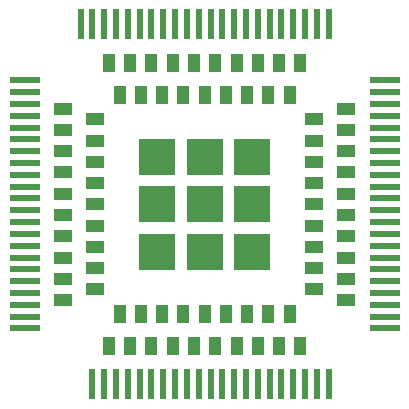
<source format=gtp>
%TF.GenerationSoftware,KiCad,Pcbnew,7.99.0-2677-g3cd60007c5*%
%TF.CreationDate,2023-11-18T11:29:50+03:00*%
%TF.ProjectId,Movita Pro V2_1,4d6f7669-7461-4205-9072-6f2056325f31,rev?*%
%TF.SameCoordinates,Original*%
%TF.FileFunction,Paste,Top*%
%TF.FilePolarity,Positive*%
%FSLAX46Y46*%
G04 Gerber Fmt 4.6, Leading zero omitted, Abs format (unit mm)*
G04 Created by KiCad (PCBNEW 7.99.0-2677-g3cd60007c5) date 2023-11-18 11:29:50*
%MOMM*%
%LPD*%
G01*
G04 APERTURE LIST*
%ADD10R,0.600000X2.500000*%
%ADD11R,2.500000X0.600000*%
%ADD12R,1.100000X1.600000*%
%ADD13R,1.600000X1.100000*%
%ADD14R,3.100000X3.100000*%
G04 APERTURE END LIST*
D10*
%TO.C,U1*%
X139296100Y-120273600D03*
X140296100Y-120273600D03*
X141296100Y-120273600D03*
X142296100Y-120273600D03*
X143296100Y-120273600D03*
X144296100Y-120273600D03*
X145296100Y-120273600D03*
X146296100Y-120273600D03*
X147296100Y-120273600D03*
X148296100Y-120273600D03*
X149296100Y-120273600D03*
X150296100Y-120273600D03*
X151296100Y-120273600D03*
X152296100Y-120273600D03*
X153296100Y-120273600D03*
X154296100Y-120273600D03*
X155296100Y-120273600D03*
X156296100Y-120273600D03*
X157296100Y-120273600D03*
X158296100Y-120273600D03*
D11*
X164046100Y-114523600D03*
X164046100Y-113523600D03*
X164046100Y-112523600D03*
X164046100Y-111523600D03*
X164046100Y-110523600D03*
X164046100Y-109523600D03*
X164046100Y-108523600D03*
X164046100Y-107523600D03*
X164046100Y-106523600D03*
X164046100Y-105523600D03*
X164046100Y-104523600D03*
X164046100Y-103523600D03*
X164046100Y-102523600D03*
X164046100Y-101523600D03*
X164046100Y-100523600D03*
X164046100Y-99523600D03*
X164046100Y-98523600D03*
X164046100Y-97523600D03*
X164046100Y-96523600D03*
X164046100Y-95523600D03*
D10*
X158296100Y-89773600D03*
X157296100Y-89773600D03*
X156296100Y-89773600D03*
X155296100Y-89773600D03*
X154296100Y-89773600D03*
X153296100Y-89773600D03*
X152296100Y-89773600D03*
X151296100Y-89773600D03*
X150296100Y-89773600D03*
X149296100Y-89773600D03*
X148296100Y-89773600D03*
X147296100Y-89773600D03*
X146296100Y-89773600D03*
X145296100Y-89773600D03*
X144296100Y-89773600D03*
X143296100Y-89773600D03*
X142296100Y-89773600D03*
X141296100Y-89773600D03*
X140296100Y-89773600D03*
X139296100Y-89773600D03*
D11*
X133546100Y-95523600D03*
X133546100Y-96523600D03*
X133546100Y-97523600D03*
X133546100Y-98523600D03*
X133546100Y-99523600D03*
X133546100Y-100523600D03*
X133546100Y-101523600D03*
X133546100Y-102523600D03*
X133546100Y-103523600D03*
X133546100Y-104523600D03*
X133546100Y-105523600D03*
X133546100Y-106523600D03*
X133546100Y-107523600D03*
X133546100Y-108523600D03*
X133546100Y-109523600D03*
X133546100Y-110523600D03*
X133546100Y-111523600D03*
X133546100Y-112523600D03*
X133546100Y-113523600D03*
X133546100Y-114523600D03*
D10*
X159296100Y-120273600D03*
X159296100Y-89773600D03*
D11*
X164046100Y-94523600D03*
X164046100Y-115523600D03*
D10*
X138296100Y-89773600D03*
D11*
X133546100Y-115523600D03*
X133546100Y-94523600D03*
D12*
X142496100Y-117023600D03*
X144296100Y-117023600D03*
X146096100Y-117023600D03*
X147896100Y-117023600D03*
X149696100Y-117023600D03*
X151496100Y-117023600D03*
X153296100Y-117023600D03*
X155096100Y-117023600D03*
D13*
X160796100Y-111323600D03*
X160796100Y-109523600D03*
X160796100Y-107723600D03*
X160796100Y-105923600D03*
X160796100Y-104123600D03*
X160796100Y-102323600D03*
X160796100Y-100523600D03*
X160796100Y-98723600D03*
D12*
X155096100Y-93023600D03*
X153296100Y-93023600D03*
X151496100Y-93023600D03*
X149696100Y-93023600D03*
X147896100Y-93023600D03*
X146096100Y-93023600D03*
X144296100Y-93023600D03*
X142496100Y-93023600D03*
D13*
X136796100Y-98723600D03*
X136796100Y-100523600D03*
X136796100Y-102323600D03*
X136796100Y-104123600D03*
X136796100Y-105923600D03*
X136796100Y-107723600D03*
X136796100Y-109523600D03*
X136796100Y-111323600D03*
D12*
X140696100Y-117023600D03*
X156896100Y-117023600D03*
D13*
X160796100Y-113123600D03*
X160796100Y-96923600D03*
D12*
X156896100Y-93023600D03*
X140696100Y-93023600D03*
D13*
X136796100Y-96923600D03*
X136796100Y-113123600D03*
D12*
X141596100Y-114273600D03*
X143396100Y-114273600D03*
X145196100Y-114273600D03*
X146996100Y-114273600D03*
X148796100Y-114273600D03*
X150596100Y-114273600D03*
X152396100Y-114273600D03*
X154196100Y-114273600D03*
X155996100Y-114273600D03*
D13*
X158046100Y-112223600D03*
X158046100Y-110423600D03*
X158046100Y-108623600D03*
X158046100Y-106823600D03*
X158046100Y-105023600D03*
X158046100Y-103223600D03*
X158046100Y-101423600D03*
X158046100Y-99623600D03*
X158046100Y-97823600D03*
D12*
X155996100Y-95773600D03*
X154196100Y-95773600D03*
X152396100Y-95773600D03*
X150596100Y-95773600D03*
X148796100Y-95773600D03*
X146996100Y-95773600D03*
X145196100Y-95773600D03*
X143396100Y-95773600D03*
X141596100Y-95773600D03*
D13*
X139546100Y-97823600D03*
X139546100Y-99623600D03*
X139546100Y-101423600D03*
X139546100Y-103223600D03*
X139546100Y-105023600D03*
X139546100Y-106823600D03*
X139546100Y-108623600D03*
X139546100Y-110423600D03*
X139546100Y-112223600D03*
D14*
X144796100Y-109023600D03*
X148796100Y-109023600D03*
X152796100Y-109023600D03*
X152796100Y-105023600D03*
X152796100Y-101023600D03*
X148796100Y-101023600D03*
X144796100Y-101023600D03*
X144796100Y-105023600D03*
X148796100Y-105023600D03*
%TD*%
M02*

</source>
